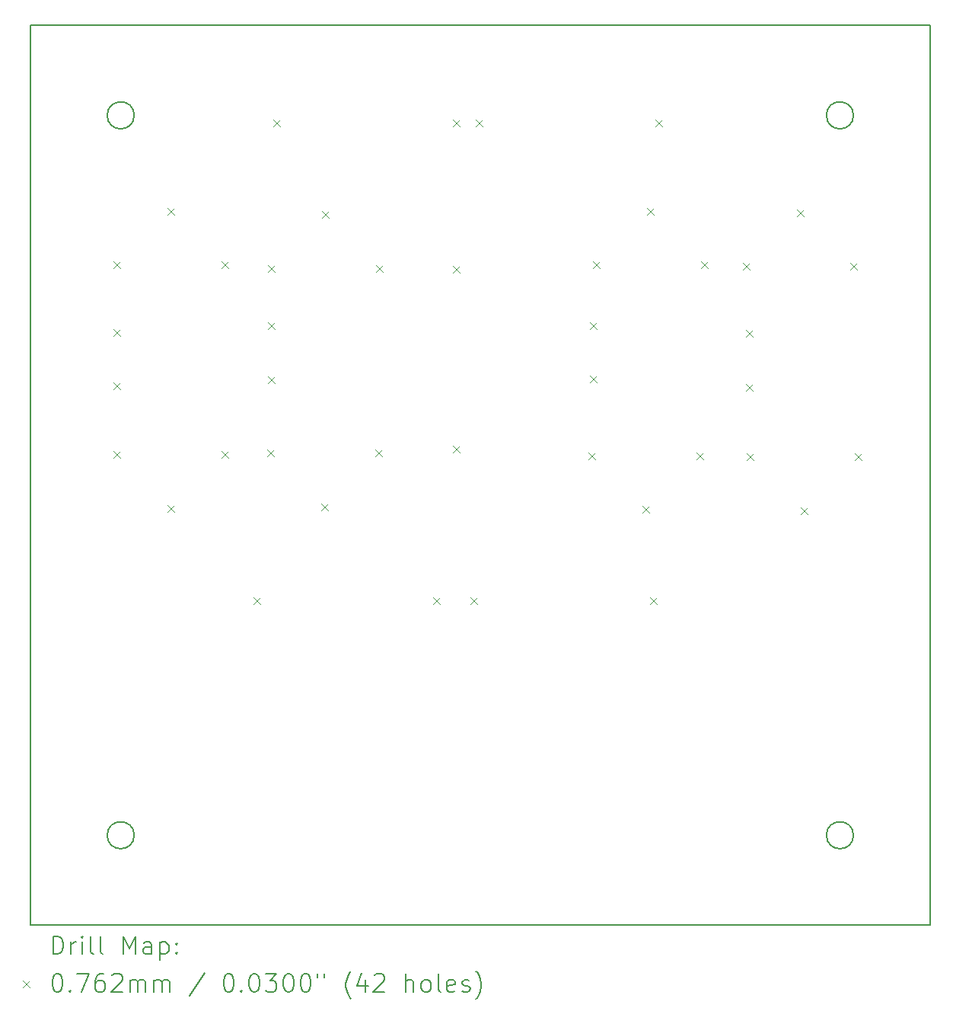
<source format=gbr>
%TF.GenerationSoftware,KiCad,Pcbnew,(6.0.7)*%
%TF.CreationDate,2022-09-05T15:07:59+08:00*%
%TF.ProjectId,6_5,365f352e-6b69-4636-9164-5f7063625858,rev?*%
%TF.SameCoordinates,Original*%
%TF.FileFunction,Drillmap*%
%TF.FilePolarity,Positive*%
%FSLAX45Y45*%
G04 Gerber Fmt 4.5, Leading zero omitted, Abs format (unit mm)*
G04 Created by KiCad (PCBNEW (6.0.7)) date 2022-09-05 15:07:59*
%MOMM*%
%LPD*%
G01*
G04 APERTURE LIST*
%ADD10C,0.200000*%
%ADD11C,0.076200*%
G04 APERTURE END LIST*
D10*
X11150000Y-3000000D02*
G75*
G03*
X11150000Y-3000000I-150000J0D01*
G01*
X2000000Y-2000000D02*
X12000000Y-2000000D01*
X12000000Y-2000000D02*
X12000000Y-12000000D01*
X12000000Y-12000000D02*
X2000000Y-12000000D01*
X2000000Y-12000000D02*
X2000000Y-2000000D01*
X3150000Y-11000000D02*
G75*
G03*
X3150000Y-11000000I-150000J0D01*
G01*
X11150000Y-11000000D02*
G75*
G03*
X11150000Y-11000000I-150000J0D01*
G01*
X3150000Y-3000000D02*
G75*
G03*
X3150000Y-3000000I-150000J0D01*
G01*
D11*
X2915920Y-5372380D02*
X2992120Y-5448580D01*
X2992120Y-5372380D02*
X2915920Y-5448580D01*
X2915920Y-5972380D02*
X2992120Y-6048580D01*
X2992120Y-5972380D02*
X2915920Y-6048580D01*
X2917900Y-4625900D02*
X2994100Y-4702100D01*
X2994100Y-4625900D02*
X2917900Y-4702100D01*
X2917900Y-6727900D02*
X2994100Y-6804100D01*
X2994100Y-6727900D02*
X2917900Y-6804100D01*
X3517900Y-4025900D02*
X3594100Y-4102100D01*
X3594100Y-4025900D02*
X3517900Y-4102100D01*
X3517900Y-7327900D02*
X3594100Y-7404100D01*
X3594100Y-7327900D02*
X3517900Y-7404100D01*
X4117900Y-4625900D02*
X4194100Y-4702100D01*
X4194100Y-4625900D02*
X4117900Y-4702100D01*
X4117900Y-6727900D02*
X4194100Y-6804100D01*
X4194100Y-6727900D02*
X4117900Y-6804100D01*
X4475680Y-8356320D02*
X4551880Y-8432520D01*
X4551880Y-8356320D02*
X4475680Y-8432520D01*
X4632400Y-6715760D02*
X4708600Y-6791960D01*
X4708600Y-6715760D02*
X4632400Y-6791960D01*
X4638040Y-4660900D02*
X4714240Y-4737100D01*
X4714240Y-4660900D02*
X4638040Y-4737100D01*
X4638040Y-5300980D02*
X4714240Y-5377180D01*
X4714240Y-5300980D02*
X4638040Y-5377180D01*
X4638040Y-5900980D02*
X4714240Y-5977180D01*
X4714240Y-5900980D02*
X4638040Y-5977180D01*
X4694680Y-3050540D02*
X4770880Y-3126740D01*
X4770880Y-3050540D02*
X4694680Y-3126740D01*
X5232400Y-7315760D02*
X5308600Y-7391960D01*
X5308600Y-7315760D02*
X5232400Y-7391960D01*
X5238040Y-4060900D02*
X5314240Y-4137100D01*
X5314240Y-4060900D02*
X5238040Y-4137100D01*
X5832400Y-6715760D02*
X5908600Y-6791960D01*
X5908600Y-6715760D02*
X5832400Y-6791960D01*
X5838040Y-4660900D02*
X5914240Y-4737100D01*
X5914240Y-4660900D02*
X5838040Y-4737100D01*
X6475680Y-8356320D02*
X6551880Y-8432520D01*
X6551880Y-8356320D02*
X6475680Y-8432520D01*
X6692900Y-4669280D02*
X6769100Y-4745480D01*
X6769100Y-4669280D02*
X6692900Y-4745480D01*
X6692900Y-6669280D02*
X6769100Y-6745480D01*
X6769100Y-6669280D02*
X6692900Y-6745480D01*
X6694680Y-3050540D02*
X6770880Y-3126740D01*
X6770880Y-3050540D02*
X6694680Y-3126740D01*
X6889240Y-8356600D02*
X6965440Y-8432800D01*
X6965440Y-8356600D02*
X6889240Y-8432800D01*
X6945120Y-3050540D02*
X7021320Y-3126740D01*
X7021320Y-3050540D02*
X6945120Y-3126740D01*
X8206180Y-6743700D02*
X8282380Y-6819900D01*
X8282380Y-6743700D02*
X8206180Y-6819900D01*
X8216900Y-5295900D02*
X8293100Y-5372100D01*
X8293100Y-5295900D02*
X8216900Y-5372100D01*
X8216900Y-5895900D02*
X8293100Y-5972100D01*
X8293100Y-5895900D02*
X8216900Y-5972100D01*
X8251900Y-4625900D02*
X8328100Y-4702100D01*
X8328100Y-4625900D02*
X8251900Y-4702100D01*
X8806180Y-7343700D02*
X8882380Y-7419900D01*
X8882380Y-7343700D02*
X8806180Y-7419900D01*
X8851900Y-4025900D02*
X8928100Y-4102100D01*
X8928100Y-4025900D02*
X8851900Y-4102100D01*
X8889240Y-8356600D02*
X8965440Y-8432800D01*
X8965440Y-8356600D02*
X8889240Y-8432800D01*
X8945120Y-3050540D02*
X9021320Y-3126740D01*
X9021320Y-3050540D02*
X8945120Y-3126740D01*
X9406180Y-6743700D02*
X9482380Y-6819900D01*
X9482380Y-6743700D02*
X9406180Y-6819900D01*
X9451900Y-4625900D02*
X9528100Y-4702100D01*
X9528100Y-4625900D02*
X9451900Y-4702100D01*
X9918140Y-4643400D02*
X9994340Y-4719600D01*
X9994340Y-4643400D02*
X9918140Y-4719600D01*
X9956800Y-5387060D02*
X10033000Y-5463260D01*
X10033000Y-5387060D02*
X9956800Y-5463260D01*
X9956800Y-5987060D02*
X10033000Y-6063260D01*
X10033000Y-5987060D02*
X9956800Y-6063260D01*
X9963860Y-6753860D02*
X10040060Y-6830060D01*
X10040060Y-6753860D02*
X9963860Y-6830060D01*
X10518140Y-4043400D02*
X10594340Y-4119600D01*
X10594340Y-4043400D02*
X10518140Y-4119600D01*
X10563860Y-7353860D02*
X10640060Y-7430060D01*
X10640060Y-7353860D02*
X10563860Y-7430060D01*
X11118140Y-4643400D02*
X11194340Y-4719600D01*
X11194340Y-4643400D02*
X11118140Y-4719600D01*
X11163860Y-6753860D02*
X11240060Y-6830060D01*
X11240060Y-6753860D02*
X11163860Y-6830060D01*
D10*
X2247619Y-12320476D02*
X2247619Y-12120476D01*
X2295238Y-12120476D01*
X2323810Y-12130000D01*
X2342857Y-12149048D01*
X2352381Y-12168095D01*
X2361905Y-12206190D01*
X2361905Y-12234762D01*
X2352381Y-12272857D01*
X2342857Y-12291905D01*
X2323810Y-12310952D01*
X2295238Y-12320476D01*
X2247619Y-12320476D01*
X2447619Y-12320476D02*
X2447619Y-12187143D01*
X2447619Y-12225238D02*
X2457143Y-12206190D01*
X2466667Y-12196667D01*
X2485714Y-12187143D01*
X2504762Y-12187143D01*
X2571429Y-12320476D02*
X2571429Y-12187143D01*
X2571429Y-12120476D02*
X2561905Y-12130000D01*
X2571429Y-12139524D01*
X2580952Y-12130000D01*
X2571429Y-12120476D01*
X2571429Y-12139524D01*
X2695238Y-12320476D02*
X2676190Y-12310952D01*
X2666667Y-12291905D01*
X2666667Y-12120476D01*
X2800000Y-12320476D02*
X2780952Y-12310952D01*
X2771429Y-12291905D01*
X2771429Y-12120476D01*
X3028571Y-12320476D02*
X3028571Y-12120476D01*
X3095238Y-12263333D01*
X3161905Y-12120476D01*
X3161905Y-12320476D01*
X3342857Y-12320476D02*
X3342857Y-12215714D01*
X3333333Y-12196667D01*
X3314286Y-12187143D01*
X3276190Y-12187143D01*
X3257143Y-12196667D01*
X3342857Y-12310952D02*
X3323809Y-12320476D01*
X3276190Y-12320476D01*
X3257143Y-12310952D01*
X3247619Y-12291905D01*
X3247619Y-12272857D01*
X3257143Y-12253809D01*
X3276190Y-12244286D01*
X3323809Y-12244286D01*
X3342857Y-12234762D01*
X3438095Y-12187143D02*
X3438095Y-12387143D01*
X3438095Y-12196667D02*
X3457143Y-12187143D01*
X3495238Y-12187143D01*
X3514286Y-12196667D01*
X3523809Y-12206190D01*
X3533333Y-12225238D01*
X3533333Y-12282381D01*
X3523809Y-12301428D01*
X3514286Y-12310952D01*
X3495238Y-12320476D01*
X3457143Y-12320476D01*
X3438095Y-12310952D01*
X3619048Y-12301428D02*
X3628571Y-12310952D01*
X3619048Y-12320476D01*
X3609524Y-12310952D01*
X3619048Y-12301428D01*
X3619048Y-12320476D01*
X3619048Y-12196667D02*
X3628571Y-12206190D01*
X3619048Y-12215714D01*
X3609524Y-12206190D01*
X3619048Y-12196667D01*
X3619048Y-12215714D01*
D11*
X1913800Y-12611900D02*
X1990000Y-12688100D01*
X1990000Y-12611900D02*
X1913800Y-12688100D01*
D10*
X2285714Y-12540476D02*
X2304762Y-12540476D01*
X2323810Y-12550000D01*
X2333333Y-12559524D01*
X2342857Y-12578571D01*
X2352381Y-12616667D01*
X2352381Y-12664286D01*
X2342857Y-12702381D01*
X2333333Y-12721428D01*
X2323810Y-12730952D01*
X2304762Y-12740476D01*
X2285714Y-12740476D01*
X2266667Y-12730952D01*
X2257143Y-12721428D01*
X2247619Y-12702381D01*
X2238095Y-12664286D01*
X2238095Y-12616667D01*
X2247619Y-12578571D01*
X2257143Y-12559524D01*
X2266667Y-12550000D01*
X2285714Y-12540476D01*
X2438095Y-12721428D02*
X2447619Y-12730952D01*
X2438095Y-12740476D01*
X2428571Y-12730952D01*
X2438095Y-12721428D01*
X2438095Y-12740476D01*
X2514286Y-12540476D02*
X2647619Y-12540476D01*
X2561905Y-12740476D01*
X2809524Y-12540476D02*
X2771429Y-12540476D01*
X2752381Y-12550000D01*
X2742857Y-12559524D01*
X2723810Y-12588095D01*
X2714286Y-12626190D01*
X2714286Y-12702381D01*
X2723810Y-12721428D01*
X2733333Y-12730952D01*
X2752381Y-12740476D01*
X2790476Y-12740476D01*
X2809524Y-12730952D01*
X2819048Y-12721428D01*
X2828571Y-12702381D01*
X2828571Y-12654762D01*
X2819048Y-12635714D01*
X2809524Y-12626190D01*
X2790476Y-12616667D01*
X2752381Y-12616667D01*
X2733333Y-12626190D01*
X2723810Y-12635714D01*
X2714286Y-12654762D01*
X2904762Y-12559524D02*
X2914286Y-12550000D01*
X2933333Y-12540476D01*
X2980952Y-12540476D01*
X3000000Y-12550000D01*
X3009524Y-12559524D01*
X3019048Y-12578571D01*
X3019048Y-12597619D01*
X3009524Y-12626190D01*
X2895238Y-12740476D01*
X3019048Y-12740476D01*
X3104762Y-12740476D02*
X3104762Y-12607143D01*
X3104762Y-12626190D02*
X3114286Y-12616667D01*
X3133333Y-12607143D01*
X3161905Y-12607143D01*
X3180952Y-12616667D01*
X3190476Y-12635714D01*
X3190476Y-12740476D01*
X3190476Y-12635714D02*
X3200000Y-12616667D01*
X3219048Y-12607143D01*
X3247619Y-12607143D01*
X3266667Y-12616667D01*
X3276190Y-12635714D01*
X3276190Y-12740476D01*
X3371428Y-12740476D02*
X3371428Y-12607143D01*
X3371428Y-12626190D02*
X3380952Y-12616667D01*
X3400000Y-12607143D01*
X3428571Y-12607143D01*
X3447619Y-12616667D01*
X3457143Y-12635714D01*
X3457143Y-12740476D01*
X3457143Y-12635714D02*
X3466667Y-12616667D01*
X3485714Y-12607143D01*
X3514286Y-12607143D01*
X3533333Y-12616667D01*
X3542857Y-12635714D01*
X3542857Y-12740476D01*
X3933333Y-12530952D02*
X3761905Y-12788095D01*
X4190476Y-12540476D02*
X4209524Y-12540476D01*
X4228571Y-12550000D01*
X4238095Y-12559524D01*
X4247619Y-12578571D01*
X4257143Y-12616667D01*
X4257143Y-12664286D01*
X4247619Y-12702381D01*
X4238095Y-12721428D01*
X4228571Y-12730952D01*
X4209524Y-12740476D01*
X4190476Y-12740476D01*
X4171428Y-12730952D01*
X4161905Y-12721428D01*
X4152381Y-12702381D01*
X4142857Y-12664286D01*
X4142857Y-12616667D01*
X4152381Y-12578571D01*
X4161905Y-12559524D01*
X4171428Y-12550000D01*
X4190476Y-12540476D01*
X4342857Y-12721428D02*
X4352381Y-12730952D01*
X4342857Y-12740476D01*
X4333333Y-12730952D01*
X4342857Y-12721428D01*
X4342857Y-12740476D01*
X4476190Y-12540476D02*
X4495238Y-12540476D01*
X4514286Y-12550000D01*
X4523810Y-12559524D01*
X4533333Y-12578571D01*
X4542857Y-12616667D01*
X4542857Y-12664286D01*
X4533333Y-12702381D01*
X4523810Y-12721428D01*
X4514286Y-12730952D01*
X4495238Y-12740476D01*
X4476190Y-12740476D01*
X4457143Y-12730952D01*
X4447619Y-12721428D01*
X4438095Y-12702381D01*
X4428571Y-12664286D01*
X4428571Y-12616667D01*
X4438095Y-12578571D01*
X4447619Y-12559524D01*
X4457143Y-12550000D01*
X4476190Y-12540476D01*
X4609524Y-12540476D02*
X4733333Y-12540476D01*
X4666667Y-12616667D01*
X4695238Y-12616667D01*
X4714286Y-12626190D01*
X4723810Y-12635714D01*
X4733333Y-12654762D01*
X4733333Y-12702381D01*
X4723810Y-12721428D01*
X4714286Y-12730952D01*
X4695238Y-12740476D01*
X4638095Y-12740476D01*
X4619048Y-12730952D01*
X4609524Y-12721428D01*
X4857143Y-12540476D02*
X4876190Y-12540476D01*
X4895238Y-12550000D01*
X4904762Y-12559524D01*
X4914286Y-12578571D01*
X4923810Y-12616667D01*
X4923810Y-12664286D01*
X4914286Y-12702381D01*
X4904762Y-12721428D01*
X4895238Y-12730952D01*
X4876190Y-12740476D01*
X4857143Y-12740476D01*
X4838095Y-12730952D01*
X4828571Y-12721428D01*
X4819048Y-12702381D01*
X4809524Y-12664286D01*
X4809524Y-12616667D01*
X4819048Y-12578571D01*
X4828571Y-12559524D01*
X4838095Y-12550000D01*
X4857143Y-12540476D01*
X5047619Y-12540476D02*
X5066667Y-12540476D01*
X5085714Y-12550000D01*
X5095238Y-12559524D01*
X5104762Y-12578571D01*
X5114286Y-12616667D01*
X5114286Y-12664286D01*
X5104762Y-12702381D01*
X5095238Y-12721428D01*
X5085714Y-12730952D01*
X5066667Y-12740476D01*
X5047619Y-12740476D01*
X5028571Y-12730952D01*
X5019048Y-12721428D01*
X5009524Y-12702381D01*
X5000000Y-12664286D01*
X5000000Y-12616667D01*
X5009524Y-12578571D01*
X5019048Y-12559524D01*
X5028571Y-12550000D01*
X5047619Y-12540476D01*
X5190476Y-12540476D02*
X5190476Y-12578571D01*
X5266667Y-12540476D02*
X5266667Y-12578571D01*
X5561905Y-12816667D02*
X5552381Y-12807143D01*
X5533333Y-12778571D01*
X5523810Y-12759524D01*
X5514286Y-12730952D01*
X5504762Y-12683333D01*
X5504762Y-12645238D01*
X5514286Y-12597619D01*
X5523810Y-12569048D01*
X5533333Y-12550000D01*
X5552381Y-12521428D01*
X5561905Y-12511905D01*
X5723809Y-12607143D02*
X5723809Y-12740476D01*
X5676190Y-12530952D02*
X5628571Y-12673809D01*
X5752381Y-12673809D01*
X5819048Y-12559524D02*
X5828571Y-12550000D01*
X5847619Y-12540476D01*
X5895238Y-12540476D01*
X5914286Y-12550000D01*
X5923809Y-12559524D01*
X5933333Y-12578571D01*
X5933333Y-12597619D01*
X5923809Y-12626190D01*
X5809524Y-12740476D01*
X5933333Y-12740476D01*
X6171428Y-12740476D02*
X6171428Y-12540476D01*
X6257143Y-12740476D02*
X6257143Y-12635714D01*
X6247619Y-12616667D01*
X6228571Y-12607143D01*
X6200000Y-12607143D01*
X6180952Y-12616667D01*
X6171428Y-12626190D01*
X6380952Y-12740476D02*
X6361905Y-12730952D01*
X6352381Y-12721428D01*
X6342857Y-12702381D01*
X6342857Y-12645238D01*
X6352381Y-12626190D01*
X6361905Y-12616667D01*
X6380952Y-12607143D01*
X6409524Y-12607143D01*
X6428571Y-12616667D01*
X6438095Y-12626190D01*
X6447619Y-12645238D01*
X6447619Y-12702381D01*
X6438095Y-12721428D01*
X6428571Y-12730952D01*
X6409524Y-12740476D01*
X6380952Y-12740476D01*
X6561905Y-12740476D02*
X6542857Y-12730952D01*
X6533333Y-12711905D01*
X6533333Y-12540476D01*
X6714286Y-12730952D02*
X6695238Y-12740476D01*
X6657143Y-12740476D01*
X6638095Y-12730952D01*
X6628571Y-12711905D01*
X6628571Y-12635714D01*
X6638095Y-12616667D01*
X6657143Y-12607143D01*
X6695238Y-12607143D01*
X6714286Y-12616667D01*
X6723809Y-12635714D01*
X6723809Y-12654762D01*
X6628571Y-12673809D01*
X6800000Y-12730952D02*
X6819048Y-12740476D01*
X6857143Y-12740476D01*
X6876190Y-12730952D01*
X6885714Y-12711905D01*
X6885714Y-12702381D01*
X6876190Y-12683333D01*
X6857143Y-12673809D01*
X6828571Y-12673809D01*
X6809524Y-12664286D01*
X6800000Y-12645238D01*
X6800000Y-12635714D01*
X6809524Y-12616667D01*
X6828571Y-12607143D01*
X6857143Y-12607143D01*
X6876190Y-12616667D01*
X6952381Y-12816667D02*
X6961905Y-12807143D01*
X6980952Y-12778571D01*
X6990476Y-12759524D01*
X7000000Y-12730952D01*
X7009524Y-12683333D01*
X7009524Y-12645238D01*
X7000000Y-12597619D01*
X6990476Y-12569048D01*
X6980952Y-12550000D01*
X6961905Y-12521428D01*
X6952381Y-12511905D01*
M02*

</source>
